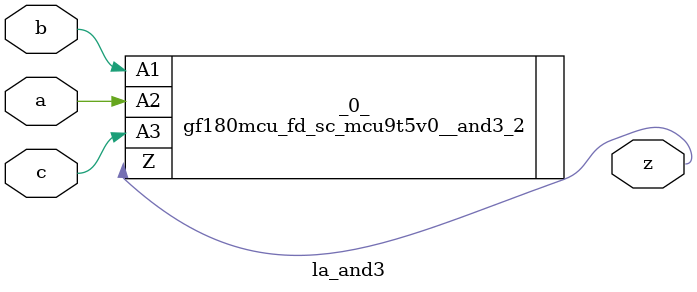
<source format=v>
/* Generated by Yosys 0.37 (git sha1 a5c7f69ed, clang 14.0.0-1ubuntu1.1 -fPIC -Os) */

module la_and3(a, b, c, z);
  input a;
  wire a;
  input b;
  wire b;
  input c;
  wire c;
  output z;
  wire z;
  gf180mcu_fd_sc_mcu9t5v0__and3_2 _0_ (
    .A1(b),
    .A2(a),
    .A3(c),
    .Z(z)
  );
endmodule

</source>
